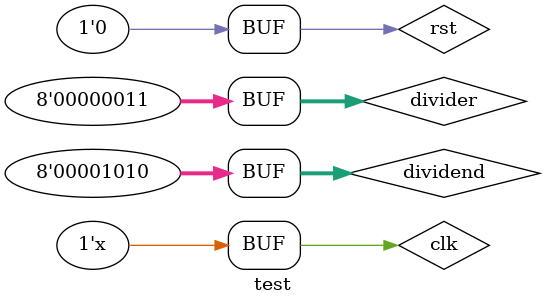
<source format=v>
module test;

localparam W=8;

reg clk, rst;

reg [W-1:0] divider,dividend;
wire done;
wire [W-1:0] quotient, reminder;
wire en_dividend;
wire  en_divider;
wire en_quotient;
wire [2:0] cur_state;
wire [2:0] next_state;
Divider #(W) div(dividend, divider, clk,rst, done, reminder,  quotient,en_dividend,en_divider,en_quotient,cur_state,next_state);


always begin
  # 10 clk = ~clk;
end

initial begin

  clk = 0; rst = 0;
  //dividend=20; divider=3;
  #20 rst = 1;
  		dividend=10; divider=3;
  #60 rst = 0;
  //dividend=20; divider=3;


end
endmodule

</source>
